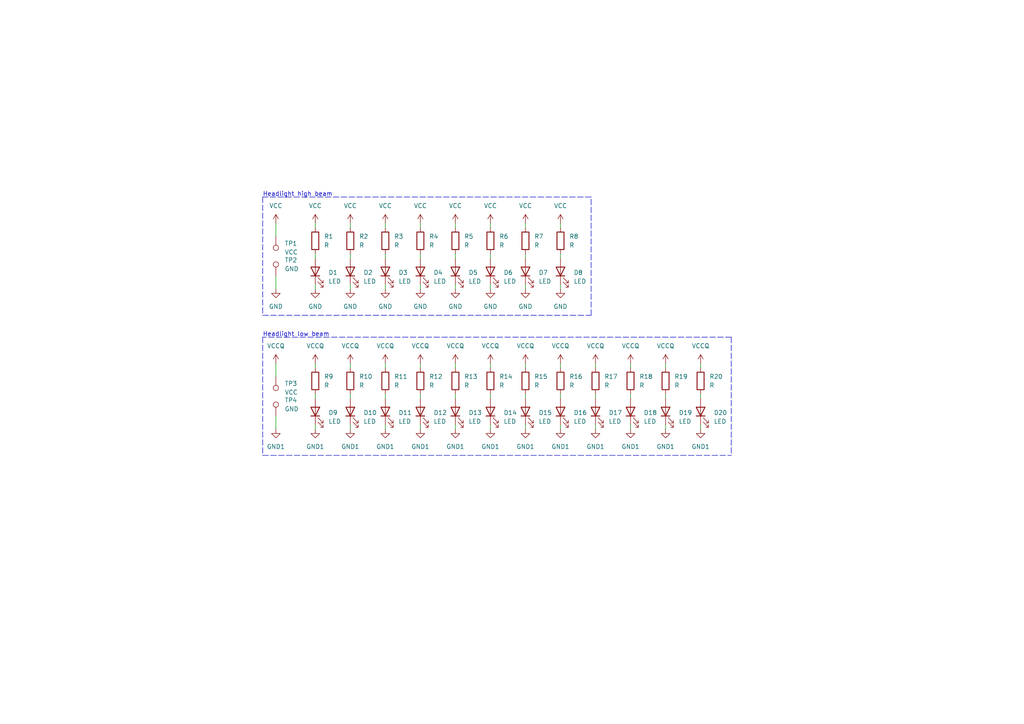
<source format=kicad_sch>
(kicad_sch (version 20211123) (generator eeschema)
  (paper "A4")
  (lib_symbols
    (symbol "Connector:TestPoint" (pin_numbers hide) (pin_names (offset 0.762) hide)
      (property "Reference" "TP" (at 0 6.858 0))
      (property "Value" "TestPoint" (at 0 5.08 0))
      (symbol "TestPoint_0_1"
        (circle (center 0 3.302) (radius 0.762))
      )
      (symbol "TestPoint_1_1"
        (pin passive line (at 0 0 90) (length 2.54) (name "1") (number "1"))
      )
    )
    (symbol "Device:LED" (pin_numbers hide) (pin_names (offset 1.016) hide)
      (property "Reference" "D" (at 0 2.54 0))
      (property "Value" "LED" (at 0 -2.54 0))
      (symbol "LED_0_1"
        (polyline (pts (xy -1.27 -1.27) (xy -1.27 1.27)) (stroke (width 0.254)))
        (polyline (pts (xy -1.27 0) (xy 1.27 0)))
        (polyline (pts (xy 1.27 -1.27) (xy 1.27 1.27) (xy -1.27 0) (xy 1.27 -1.27)) (stroke (width 0.254)))
        (polyline (pts (xy -3.048 -0.762) (xy -4.572 -2.286) (xy -3.81 -2.286) (xy -4.572 -2.286) (xy -4.572 -1.524)))
        (polyline (pts (xy -1.778 -0.762) (xy -3.302 -2.286) (xy -2.54 -2.286) (xy -3.302 -2.286) (xy -3.302 -1.524)))
      )
      (symbol "LED_1_1"
        (pin passive line (at -3.81 0 0) (length 2.54) (name "K") (number "1"))
        (pin passive line (at 3.81 0 180) (length 2.54) (name "A") (number "2"))
      )
    )
    (symbol "Device:R" (pin_numbers hide) (pin_names (offset 0))
      (property "Reference" "R" (at 2.032 0 90))
      (property "Value" "R" (at 0 0 90))
      (symbol "R_0_1"
        (rectangle (start -1.016 -2.54) (end 1.016 2.54) (stroke (width 0.254)))
      )
      (symbol "R_1_1"
        (pin passive line (at 0 3.81 270) (length 1.27) (name "~") (number "1"))
        (pin passive line (at 0 -3.81 90) (length 1.27) (name "~") (number "2"))
      )
    )
    (symbol "power:GND" (power) (pin_names (offset 0))
      (property "Value" "GND" (at 0 -3.81 0))
      (symbol "GND_0_1"
        (polyline (pts (xy 0 0) (xy 0 -1.27) (xy 1.27 -1.27) (xy 0 -2.54) (xy -1.27 -1.27) (xy 0 -1.27)))
      )
      (symbol "GND_1_1"
        (pin power_in line (at 0 0 270) (length 0) hide (name "GND") (number "1"))
      )
    )
    (symbol "power:GND1" (power) (pin_names (offset 0))
      (property "Value" "GND1" (at 0 -3.81 0))
      (symbol "GND1_0_1"
        (polyline (pts (xy 0 0) (xy 0 -1.27) (xy 1.27 -1.27) (xy 0 -2.54) (xy -1.27 -1.27) (xy 0 -1.27)))
      )
      (symbol "GND1_1_1"
        (pin power_in line (at 0 0 270) (length 0) hide (name "GND1") (number "1"))
      )
    )
    (symbol "power:VCC" (power) (pin_names (offset 0))
      (property "Value" "VCC" (at 0 3.81 0))
      (symbol "VCC_0_1"
        (polyline (pts (xy -0.762 1.27) (xy 0 2.54)))
        (polyline (pts (xy 0 0) (xy 0 2.54)))
        (polyline (pts (xy 0 2.54) (xy 0.762 1.27)))
      )
      (symbol "VCC_1_1"
        (pin power_in line (at 0 0 90) (length 0) hide (name "VCC") (number "1"))
      )
    )
    (symbol "power:VCCQ" (power) (pin_names (offset 0))
      (property "Value" "VCCQ" (at 0 3.81 0))
      (symbol "VCCQ_0_1"
        (polyline (pts (xy -0.762 1.27) (xy 0 2.54)))
        (polyline (pts (xy 0 0) (xy 0 2.54)))
        (polyline (pts (xy 0 2.54) (xy 0.762 1.27)))
      )
      (symbol "VCCQ_1_1"
        (pin power_in line (at 0 0 90) (length 0) hide (name "VCCQ") (number "1"))
      )
    )
  )
  (wire (pts (xy 111.76 123.19) (xy 111.76 124.46)))
  (wire (pts (xy 121.92 123.19) (xy 121.92 124.46)))
  (wire (pts (xy 101.6 105.41) (xy 101.6 106.68)))
  (wire (pts (xy 132.08 73.66) (xy 132.08 74.93)))
  (polyline (pts (xy 76.2 132.08) (xy 212.09 132.08)))
  (wire (pts (xy 121.92 105.41) (xy 121.92 106.68)))
  (wire (pts (xy 91.44 123.19) (xy 91.44 124.46)))
  (polyline (pts (xy 212.09 97.79) (xy 212.09 132.08)))
  (wire (pts (xy 101.6 114.3) (xy 101.6 115.57)))
  (polyline (pts (xy 76.2 57.15) (xy 76.2 91.44)))
  (wire (pts (xy 80.01 120.65) (xy 80.01 124.46)))
  (wire (pts (xy 80.01 64.77) (xy 80.01 68.58)))
  (wire (pts (xy 101.6 82.55) (xy 101.6 83.82)))
  (wire (pts (xy 111.76 73.66) (xy 111.76 74.93)))
  (wire (pts (xy 111.76 64.77) (xy 111.76 66.04)))
  (wire (pts (xy 152.4 73.66) (xy 152.4 74.93)))
  (wire (pts (xy 111.76 114.3) (xy 111.76 115.57)))
  (wire (pts (xy 203.2 114.3) (xy 203.2 115.57)))
  (wire (pts (xy 101.6 73.66) (xy 101.6 74.93)))
  (wire (pts (xy 172.72 114.3) (xy 172.72 115.57)))
  (polyline (pts (xy 171.45 91.44) (xy 171.45 57.15)))
  (wire (pts (xy 152.4 114.3) (xy 152.4 115.57)))
  (wire (pts (xy 132.08 123.19) (xy 132.08 124.46)))
  (wire (pts (xy 132.08 82.55) (xy 132.08 83.82)))
  (polyline (pts (xy 212.09 97.79) (xy 76.2 97.79)))
  (wire (pts (xy 182.88 105.41) (xy 182.88 106.68)))
  (wire (pts (xy 182.88 114.3) (xy 182.88 115.57)))
  (wire (pts (xy 142.24 64.77) (xy 142.24 66.04)))
  (wire (pts (xy 121.92 73.66) (xy 121.92 74.93)))
  (wire (pts (xy 91.44 64.77) (xy 91.44 66.04)))
  (wire (pts (xy 91.44 114.3) (xy 91.44 115.57)))
  (wire (pts (xy 142.24 105.41) (xy 142.24 106.68)))
  (wire (pts (xy 80.01 80.01) (xy 80.01 83.82)))
  (polyline (pts (xy 76.2 91.44) (xy 171.45 91.44)))
  (wire (pts (xy 111.76 105.41) (xy 111.76 106.68)))
  (wire (pts (xy 152.4 64.77) (xy 152.4 66.04)))
  (wire (pts (xy 80.01 105.41) (xy 80.01 109.22)))
  (wire (pts (xy 142.24 82.55) (xy 142.24 83.82)))
  (wire (pts (xy 193.04 123.19) (xy 193.04 124.46)))
  (wire (pts (xy 162.56 123.19) (xy 162.56 124.46)))
  (wire (pts (xy 142.24 114.3) (xy 142.24 115.57)))
  (polyline (pts (xy 171.45 57.15) (xy 76.2 57.15)))
  (wire (pts (xy 193.04 114.3) (xy 193.04 115.57)))
  (wire (pts (xy 121.92 64.77) (xy 121.92 66.04)))
  (wire (pts (xy 132.08 105.41) (xy 132.08 106.68)))
  (wire (pts (xy 152.4 82.55) (xy 152.4 83.82)))
  (wire (pts (xy 121.92 82.55) (xy 121.92 83.82)))
  (wire (pts (xy 162.56 82.55) (xy 162.56 83.82)))
  (wire (pts (xy 172.72 105.41) (xy 172.72 106.68)))
  (wire (pts (xy 91.44 73.66) (xy 91.44 74.93)))
  (wire (pts (xy 203.2 123.19) (xy 203.2 124.46)))
  (wire (pts (xy 162.56 64.77) (xy 162.56 66.04)))
  (wire (pts (xy 162.56 73.66) (xy 162.56 74.93)))
  (wire (pts (xy 111.76 82.55) (xy 111.76 83.82)))
  (wire (pts (xy 152.4 105.41) (xy 152.4 106.68)))
  (wire (pts (xy 91.44 105.41) (xy 91.44 106.68)))
  (wire (pts (xy 152.4 123.19) (xy 152.4 124.46)))
  (polyline (pts (xy 76.2 97.79) (xy 76.2 132.08)))
  (wire (pts (xy 121.92 114.3) (xy 121.92 115.57)))
  (wire (pts (xy 91.44 82.55) (xy 91.44 83.82)))
  (wire (pts (xy 172.72 123.19) (xy 172.72 124.46)))
  (wire (pts (xy 203.2 105.41) (xy 203.2 106.68)))
  (wire (pts (xy 142.24 123.19) (xy 142.24 124.46)))
  (wire (pts (xy 101.6 123.19) (xy 101.6 124.46)))
  (wire (pts (xy 132.08 114.3) (xy 132.08 115.57)))
  (wire (pts (xy 182.88 123.19) (xy 182.88 124.46)))
  (wire (pts (xy 162.56 105.41) (xy 162.56 106.68)))
  (wire (pts (xy 101.6 64.77) (xy 101.6 66.04)))
  (wire (pts (xy 142.24 73.66) (xy 142.24 74.93)))
  (wire (pts (xy 162.56 114.3) (xy 162.56 115.57)))
  (wire (pts (xy 132.08 64.77) (xy 132.08 66.04)))
  (wire (pts (xy 193.04 105.41) (xy 193.04 106.68)))
  (text "Headlight low beam" (at 76.2 97.79 0) (effects (font (size 1.27 1.27)) (justify left bottom)))
  (text "Headlight high beam" (at 76.2 57.15 0) (effects (font (size 1.27 1.27)) (justify left bottom)))
  (symbol (lib_id "Device:LED") (at 203.2 119.38 90) (unit 1)
    (property "Reference" "D20" (at 207.01 119.6974 90) (effects (justify right)))
    (property "Value" "LED" (at 207.01 122.2374 90) (effects (justify right)))
    (property "Footprint" "LED_SMD:LED_0402_1005Metric" (effects hide))
    (property "lcsc" "C130725" (effects hide))
  )
  (symbol (lib_id "power:GND1") (at 121.92 124.46 0) (unit 1)
    (property "Reference" "#PWR?" (effects hide))
    (property "Value" "GND1" (at 121.92 129.54 0))
  )
  (symbol (lib_id "Device:LED") (at 142.24 78.74 90) (unit 1)
    (property "Reference" "D6" (at 146.05 79.0574 90) (effects (justify right)))
    (property "Value" "LED" (at 146.05 81.5974 90) (effects (justify right)))
    (property "Footprint" "LED_SMD:LED_0402_1005Metric" (effects hide))
    (property "lcsc" "C130725" (effects hide))
  )
  (symbol (lib_id "Device:R") (at 91.44 69.85 0) (unit 1)
    (property "Reference" "R1" (at 93.98 68.5799 0) (effects (justify left)))
    (property "Value" "R" (at 93.98 71.1199 0) (effects (justify left)))
    (property "Footprint" "Resistor_SMD:R_01005_0402Metric" (effects hide))
    (property "lcsc" "C2933075" (effects hide))
  )
  (symbol (lib_id "Device:R") (at 162.56 69.85 0) (unit 1)
    (property "Reference" "R8" (at 165.1 68.5799 0) (effects (justify left)))
    (property "Value" "R" (at 165.1 71.1199 0) (effects (justify left)))
    (property "Footprint" "Resistor_SMD:R_01005_0402Metric" (effects hide))
    (property "lcsc" "C2933075" (effects hide))
  )
  (symbol (lib_id "Device:LED") (at 182.88 119.38 90) (unit 1)
    (property "Reference" "D18" (at 186.69 119.6974 90) (effects (justify right)))
    (property "Value" "LED" (at 186.69 122.2374 90) (effects (justify right)))
    (property "Footprint" "LED_SMD:LED_0402_1005Metric" (effects hide))
    (property "lcsc" "C130725" (effects hide))
  )
  (symbol (lib_id "Device:R") (at 152.4 69.85 0) (unit 1)
    (property "Reference" "R7" (at 154.94 68.5799 0) (effects (justify left)))
    (property "Value" "R" (at 154.94 71.1199 0) (effects (justify left)))
    (property "Footprint" "Resistor_SMD:R_01005_0402Metric" (effects hide))
    (property "lcsc" "C2933075" (effects hide))
  )
  (symbol (lib_id "power:GND") (at 121.92 83.82 0) (unit 1)
    (property "Reference" "#PWR0109" (effects hide))
    (property "Value" "GND" (at 121.92 88.9 0))
  )
  (symbol (lib_id "Device:LED") (at 101.6 119.38 90) (unit 1)
    (property "Reference" "D10" (at 105.41 119.6974 90) (effects (justify right)))
    (property "Value" "LED" (at 105.41 122.2374 90) (effects (justify right)))
    (property "Footprint" "LED_SMD:LED_0402_1005Metric" (effects hide))
    (property "lcsc" "C130725" (effects hide))
  )
  (symbol (lib_id "power:VCC") (at 152.4 64.77 0) (unit 1)
    (property "Reference" "#PWR0113" (effects hide))
    (property "Value" "VCC" (at 152.4 59.69 0))
  )
  (symbol (lib_id "power:VCC") (at 91.44 64.77 0) (unit 1)
    (property "Reference" "#PWR0102" (effects hide))
    (property "Value" "VCC" (at 91.44 59.69 0))
  )
  (symbol (lib_id "power:VCCQ") (at 182.88 105.41 0) (unit 1)
    (property "Reference" "#PWR?" (effects hide))
    (property "Value" "VCCQ" (at 182.88 100.33 0))
  )
  (symbol (lib_id "Device:LED") (at 101.6 78.74 90) (unit 1)
    (property "Reference" "D2" (at 105.41 79.0574 90) (effects (justify right)))
    (property "Value" "LED" (at 105.41 81.5974 90) (effects (justify right)))
    (property "Footprint" "LED_SMD:LED_0402_1005Metric" (effects hide))
    (property "lcsc" "C130725" (effects hide))
  )
  (symbol (lib_id "Device:R") (at 121.92 69.85 0) (unit 1)
    (property "Reference" "R4" (at 124.46 68.5799 0) (effects (justify left)))
    (property "Value" "R" (at 124.46 71.1199 0) (effects (justify left)))
    (property "Footprint" "Resistor_SMD:R_01005_0402Metric" (effects hide))
    (property "lcsc" "C2933075" (effects hide))
  )
  (symbol (lib_id "Device:R") (at 193.04 110.49 0) (unit 1)
    (property "Reference" "R19" (at 195.58 109.2199 0) (effects (justify left)))
    (property "Value" "R" (at 195.58 111.7599 0) (effects (justify left)))
    (property "Footprint" "Resistor_SMD:R_01005_0402Metric" (effects hide))
    (property "lcsc" "C2933075" (effects hide))
  )
  (symbol (lib_id "Device:R") (at 111.76 69.85 0) (unit 1)
    (property "Reference" "R3" (at 114.3 68.5799 0) (effects (justify left)))
    (property "Value" "R" (at 114.3 71.1199 0) (effects (justify left)))
    (property "Footprint" "Resistor_SMD:R_01005_0402Metric" (effects hide))
    (property "lcsc" "C2933075" (effects hide))
  )
  (symbol (lib_id "Device:R") (at 142.24 69.85 0) (unit 1)
    (property "Reference" "R6" (at 144.78 68.5799 0) (effects (justify left)))
    (property "Value" "R" (at 144.78 71.1199 0) (effects (justify left)))
    (property "Footprint" "Resistor_SMD:R_01005_0402Metric" (effects hide))
    (property "lcsc" "C2933075" (effects hide))
  )
  (symbol (lib_id "power:GND1") (at 193.04 124.46 0) (unit 1)
    (property "Reference" "#PWR?" (effects hide))
    (property "Value" "GND1" (at 193.04 129.54 0))
  )
  (symbol (lib_id "Device:LED") (at 162.56 78.74 90) (unit 1)
    (property "Reference" "D8" (at 166.37 79.0574 90) (effects (justify right)))
    (property "Value" "LED" (at 166.37 81.5974 90) (effects (justify right)))
    (property "Footprint" "LED_SMD:LED_0402_1005Metric" (effects hide))
    (property "lcsc" "C130725" (effects hide))
  )
  (symbol (lib_id "Device:LED") (at 111.76 119.38 90) (unit 1)
    (property "Reference" "D11" (at 115.57 119.6974 90) (effects (justify right)))
    (property "Value" "LED" (at 115.57 122.2374 90) (effects (justify right)))
    (property "Footprint" "LED_SMD:LED_0402_1005Metric" (effects hide))
    (property "lcsc" "C130725" (effects hide))
  )
  (symbol (lib_id "Device:R") (at 162.56 110.49 0) (unit 1)
    (property "Reference" "R16" (at 165.1 109.2199 0) (effects (justify left)))
    (property "Value" "R" (at 165.1 111.7599 0) (effects (justify left)))
    (property "Footprint" "Resistor_SMD:R_01005_0402Metric" (effects hide))
    (property "lcsc" "C2933075" (effects hide))
  )
  (symbol (lib_id "power:GND") (at 152.4 83.82 0) (unit 1)
    (property "Reference" "#PWR0119" (effects hide))
    (property "Value" "GND" (at 152.4 88.9 0))
  )
  (symbol (lib_id "Device:R") (at 101.6 69.85 0) (unit 1)
    (property "Reference" "R2" (at 104.14 68.5799 0) (effects (justify left)))
    (property "Value" "R" (at 104.14 71.1199 0) (effects (justify left)))
    (property "Footprint" "Resistor_SMD:R_01005_0402Metric" (effects hide))
    (property "lcsc" "C2933075" (effects hide))
  )
  (symbol (lib_id "power:VCCQ") (at 203.2 105.41 0) (unit 1)
    (property "Reference" "#PWR?" (effects hide))
    (property "Value" "VCCQ" (at 203.2 100.33 0))
  )
  (symbol (lib_id "power:VCCQ") (at 162.56 105.41 0) (unit 1)
    (property "Reference" "#PWR?" (effects hide))
    (property "Value" "VCCQ" (at 162.56 100.33 0))
  )
  (symbol (lib_id "Device:R") (at 132.08 110.49 0) (unit 1)
    (property "Reference" "R13" (at 134.62 109.2199 0) (effects (justify left)))
    (property "Value" "R" (at 134.62 111.7599 0) (effects (justify left)))
    (property "Footprint" "Resistor_SMD:R_01005_0402Metric" (effects hide))
    (property "lcsc" "C2933075" (effects hide))
  )
  (symbol (lib_id "power:VCCQ") (at 193.04 105.41 0) (unit 1)
    (property "Reference" "#PWR?" (effects hide))
    (property "Value" "VCCQ" (at 193.04 100.33 0))
  )
  (symbol (lib_id "power:GND1") (at 91.44 124.46 0) (unit 1)
    (property "Reference" "#PWR?" (effects hide))
    (property "Value" "GND1" (at 91.44 129.54 0))
  )
  (symbol (lib_id "power:GND1") (at 172.72 124.46 0) (unit 1)
    (property "Reference" "#PWR?" (effects hide))
    (property "Value" "GND1" (at 172.72 129.54 0))
  )
  (symbol (lib_id "Device:LED") (at 162.56 119.38 90) (unit 1)
    (property "Reference" "D16" (at 166.37 119.6974 90) (effects (justify right)))
    (property "Value" "LED" (at 166.37 122.2374 90) (effects (justify right)))
    (property "Footprint" "LED_SMD:LED_0402_1005Metric" (effects hide))
    (property "lcsc" "C130725" (effects hide))
  )
  (symbol (lib_id "power:VCCQ") (at 111.76 105.41 0) (unit 1)
    (property "Reference" "#PWR?" (effects hide))
    (property "Value" "VCCQ" (at 111.76 100.33 0))
  )
  (symbol (lib_id "Device:LED") (at 193.04 119.38 90) (unit 1)
    (property "Reference" "D19" (at 196.85 119.6974 90) (effects (justify right)))
    (property "Value" "LED" (at 196.85 122.2374 90) (effects (justify right)))
    (property "Footprint" "LED_SMD:LED_0402_1005Metric" (effects hide))
    (property "lcsc" "C130725" (effects hide))
  )
  (symbol (lib_id "Device:LED") (at 121.92 78.74 90) (unit 1)
    (property "Reference" "D4" (at 125.73 79.0574 90) (effects (justify right)))
    (property "Value" "LED" (at 125.73 81.5974 90) (effects (justify right)))
    (property "Footprint" "LED_SMD:LED_0402_1005Metric" (effects hide))
    (property "lcsc" "C130725" (effects hide))
  )
  (symbol (lib_id "power:GND1") (at 101.6 124.46 0) (unit 1)
    (property "Reference" "#PWR?" (effects hide))
    (property "Value" "GND1" (at 101.6 129.54 0))
  )
  (symbol (lib_id "Device:R") (at 142.24 110.49 0) (unit 1)
    (property "Reference" "R14" (at 144.78 109.2199 0) (effects (justify left)))
    (property "Value" "R" (at 144.78 111.7599 0) (effects (justify left)))
    (property "Footprint" "Resistor_SMD:R_01005_0402Metric" (effects hide))
    (property "lcsc" "C2933075" (effects hide))
  )
  (symbol (lib_id "power:VCCQ") (at 172.72 105.41 0) (unit 1)
    (property "Reference" "#PWR?" (effects hide))
    (property "Value" "VCCQ" (at 172.72 100.33 0))
  )
  (symbol (lib_id "power:VCC") (at 132.08 64.77 0) (unit 1)
    (property "Reference" "#PWR0108" (effects hide))
    (property "Value" "VCC" (at 132.08 59.69 0))
  )
  (symbol (lib_id "Device:LED") (at 152.4 78.74 90) (unit 1)
    (property "Reference" "D7" (at 156.21 79.0574 90) (effects (justify right)))
    (property "Value" "LED" (at 156.21 81.5974 90) (effects (justify right)))
    (property "Footprint" "LED_SMD:LED_0402_1005Metric" (effects hide))
    (property "lcsc" "C130725" (effects hide))
  )
  (symbol (lib_id "Device:R") (at 101.6 110.49 0) (unit 1)
    (property "Reference" "R10" (at 104.14 109.2199 0) (effects (justify left)))
    (property "Value" "R" (at 104.14 111.7599 0) (effects (justify left)))
    (property "Footprint" "Resistor_SMD:R_01005_0402Metric" (effects hide))
    (property "lcsc" "C2933075" (effects hide))
  )
  (symbol (lib_id "Connector:TestPoint") (at 80.01 120.65 0) (unit 1)
    (property "Reference" "TP4" (at 82.55 116.0779 0) (effects (justify left)))
    (property "Value" "GND" (at 82.55 118.6179 0) (effects (justify left)))
    (property "Footprint" "TestPoint:TestPoint_Pad_D1.5mm" (effects hide))
  )
  (symbol (lib_id "Device:R") (at 203.2 110.49 0) (unit 1)
    (property "Reference" "R20" (at 205.74 109.2199 0) (effects (justify left)))
    (property "Value" "R" (at 205.74 111.7599 0) (effects (justify left)))
    (property "Footprint" "Resistor_SMD:R_01005_0402Metric" (effects hide))
    (property "lcsc" "C2933075" (effects hide))
  )
  (symbol (lib_id "Device:LED") (at 132.08 78.74 90) (unit 1)
    (property "Reference" "D5" (at 135.89 79.0574 90) (effects (justify right)))
    (property "Value" "LED" (at 135.89 81.5974 90) (effects (justify right)))
    (property "Footprint" "LED_SMD:LED_0402_1005Metric" (effects hide))
    (property "lcsc" "C130725" (effects hide))
  )
  (symbol (lib_id "power:GND") (at 132.08 83.82 0) (unit 1)
    (property "Reference" "#PWR0110" (effects hide))
    (property "Value" "GND" (at 132.08 88.9 0))
  )
  (symbol (lib_id "power:GND1") (at 152.4 124.46 0) (unit 1)
    (property "Reference" "#PWR?" (effects hide))
    (property "Value" "GND1" (at 152.4 129.54 0))
  )
  (symbol (lib_id "Device:LED") (at 142.24 119.38 90) (unit 1)
    (property "Reference" "D14" (at 146.05 119.6974 90) (effects (justify right)))
    (property "Value" "LED" (at 146.05 122.2374 90) (effects (justify right)))
    (property "Footprint" "LED_SMD:LED_0402_1005Metric" (effects hide))
    (property "lcsc" "C130725" (effects hide))
  )
  (symbol (lib_id "power:VCCQ") (at 80.01 105.41 0) (unit 1)
    (property "Reference" "#PWR?" (effects hide))
    (property "Value" "VCCQ" (at 80.01 100.33 0))
  )
  (symbol (lib_id "power:VCCQ") (at 152.4 105.41 0) (unit 1)
    (property "Reference" "#PWR?" (effects hide))
    (property "Value" "VCCQ" (at 152.4 100.33 0))
  )
  (symbol (lib_id "power:VCC") (at 111.76 64.77 0) (unit 1)
    (property "Reference" "#PWR0106" (effects hide))
    (property "Value" "VCC" (at 111.76 59.69 0))
  )
  (symbol (lib_id "Device:R") (at 172.72 110.49 0) (unit 1)
    (property "Reference" "R17" (at 175.26 109.2199 0) (effects (justify left)))
    (property "Value" "R" (at 175.26 111.7599 0) (effects (justify left)))
    (property "Footprint" "Resistor_SMD:R_01005_0402Metric" (effects hide))
    (property "lcsc" "C2933075" (effects hide))
  )
  (symbol (lib_id "Device:LED") (at 111.76 78.74 90) (unit 1)
    (property "Reference" "D3" (at 115.57 79.0574 90) (effects (justify right)))
    (property "Value" "LED" (at 115.57 81.5974 90) (effects (justify right)))
    (property "Footprint" "LED_SMD:LED_0402_1005Metric" (effects hide))
    (property "lcsc" "C130725" (effects hide))
  )
  (symbol (lib_id "Device:R") (at 121.92 110.49 0) (unit 1)
    (property "Reference" "R12" (at 124.46 109.2199 0) (effects (justify left)))
    (property "Value" "R" (at 124.46 111.7599 0) (effects (justify left)))
    (property "Footprint" "Resistor_SMD:R_01005_0402Metric" (effects hide))
    (property "lcsc" "C2933075" (effects hide))
  )
  (symbol (lib_id "power:VCC") (at 121.92 64.77 0) (unit 1)
    (property "Reference" "#PWR0107" (effects hide))
    (property "Value" "VCC" (at 121.92 59.69 0))
  )
  (symbol (lib_id "Connector:TestPoint") (at 80.01 80.01 0) (unit 1)
    (property "Reference" "TP2" (at 82.55 75.4379 0) (effects (justify left)))
    (property "Value" "GND" (at 82.55 77.9779 0) (effects (justify left)))
    (property "Footprint" "TestPoint:TestPoint_Pad_D1.5mm" (effects hide))
  )
  (symbol (lib_id "Connector:TestPoint") (at 80.01 109.22 180) (unit 1)
    (property "Reference" "TP3" (at 82.55 111.2519 0) (effects (justify right)))
    (property "Value" "VCC" (at 82.55 113.7919 0) (effects (justify right)))
    (property "Footprint" "TestPoint:TestPoint_Pad_D1.5mm" (effects hide))
  )
  (symbol (lib_id "power:VCC") (at 101.6 64.77 0) (unit 1)
    (property "Reference" "#PWR0105" (effects hide))
    (property "Value" "VCC" (at 101.6 59.69 0))
  )
  (symbol (lib_id "power:GND1") (at 80.01 124.46 0) (unit 1)
    (property "Reference" "#PWR?" (effects hide))
    (property "Value" "GND1" (at 80.01 129.54 0))
  )
  (symbol (lib_id "Device:LED") (at 132.08 119.38 90) (unit 1)
    (property "Reference" "D13" (at 135.89 119.6974 90) (effects (justify right)))
    (property "Value" "LED" (at 135.89 122.2374 90) (effects (justify right)))
    (property "Footprint" "LED_SMD:LED_0402_1005Metric" (effects hide))
    (property "lcsc" "C130725" (effects hide))
  )
  (symbol (lib_id "power:GND") (at 162.56 83.82 0) (unit 1)
    (property "Reference" "#PWR0116" (effects hide))
    (property "Value" "GND" (at 162.56 88.9 0))
  )
  (symbol (lib_id "power:VCCQ") (at 91.44 105.41 0) (unit 1)
    (property "Reference" "#PWR?" (effects hide))
    (property "Value" "VCCQ" (at 91.44 100.33 0))
  )
  (symbol (lib_id "Device:R") (at 152.4 110.49 0) (unit 1)
    (property "Reference" "R15" (at 154.94 109.2199 0) (effects (justify left)))
    (property "Value" "R" (at 154.94 111.7599 0) (effects (justify left)))
    (property "Footprint" "Resistor_SMD:R_01005_0402Metric" (effects hide))
    (property "lcsc" "C2933075" (effects hide))
  )
  (symbol (lib_id "power:VCCQ") (at 132.08 105.41 0) (unit 1)
    (property "Reference" "#PWR?" (effects hide))
    (property "Value" "VCCQ" (at 132.08 100.33 0))
  )
  (symbol (lib_id "Device:R") (at 132.08 69.85 0) (unit 1)
    (property "Reference" "R5" (at 134.62 68.5799 0) (effects (justify left)))
    (property "Value" "R" (at 134.62 71.1199 0) (effects (justify left)))
    (property "Footprint" "Resistor_SMD:R_01005_0402Metric" (effects hide))
    (property "lcsc" "C2933075" (effects hide))
  )
  (symbol (lib_id "Device:R") (at 111.76 110.49 0) (unit 1)
    (property "Reference" "R11" (at 114.3 109.2199 0) (effects (justify left)))
    (property "Value" "R" (at 114.3 111.7599 0) (effects (justify left)))
    (property "Footprint" "Resistor_SMD:R_01005_0402Metric" (effects hide))
    (property "lcsc" "C2933075" (effects hide))
  )
  (symbol (lib_id "power:GND") (at 142.24 83.82 0) (unit 1)
    (property "Reference" "#PWR0111" (effects hide))
    (property "Value" "GND" (at 142.24 88.9 0))
  )
  (symbol (lib_id "power:VCC") (at 80.01 64.77 0) (unit 1)
    (property "Reference" "#PWR0117" (effects hide))
    (property "Value" "VCC" (at 80.01 59.69 0))
  )
  (symbol (lib_id "power:GND1") (at 203.2 124.46 0) (unit 1)
    (property "Reference" "#PWR?" (effects hide))
    (property "Value" "GND1" (at 203.2 129.54 0))
  )
  (symbol (lib_id "Device:LED") (at 121.92 119.38 90) (unit 1)
    (property "Reference" "D12" (at 125.73 119.6974 90) (effects (justify right)))
    (property "Value" "LED" (at 125.73 122.2374 90) (effects (justify right)))
    (property "Footprint" "LED_SMD:LED_0402_1005Metric" (effects hide))
    (property "lcsc" "C130725" (effects hide))
  )
  (symbol (lib_id "Device:LED") (at 91.44 78.74 90) (unit 1)
    (property "Reference" "D1" (at 95.25 79.0574 90) (effects (justify right)))
    (property "Value" "LED" (at 95.25 81.5974 90) (effects (justify right)))
    (property "Footprint" "LED_SMD:LED_0402_1005Metric" (effects hide))
    (property "lcsc" "C130725" (effects hide))
  )
  (symbol (lib_id "power:GND1") (at 111.76 124.46 0) (unit 1)
    (property "Reference" "#PWR?" (effects hide))
    (property "Value" "GND1" (at 111.76 129.54 0))
  )
  (symbol (lib_id "Device:R") (at 182.88 110.49 0) (unit 1)
    (property "Reference" "R18" (at 185.42 109.2199 0) (effects (justify left)))
    (property "Value" "R" (at 185.42 111.7599 0) (effects (justify left)))
    (property "Footprint" "Resistor_SMD:R_01005_0402Metric" (effects hide))
    (property "lcsc" "C2933075" (effects hide))
  )
  (symbol (lib_id "Device:LED") (at 91.44 119.38 90) (unit 1)
    (property "Reference" "D9" (at 95.25 119.6974 90) (effects (justify right)))
    (property "Value" "LED" (at 95.25 122.2374 90) (effects (justify right)))
    (property "Footprint" "LED_SMD:LED_0402_1005Metric" (effects hide))
    (property "lcsc" "C130725" (effects hide))
  )
  (symbol (lib_id "Connector:TestPoint") (at 80.01 68.58 180) (unit 1)
    (property "Reference" "TP1" (at 82.55 70.6119 0) (effects (justify right)))
    (property "Value" "VCC" (at 82.55 73.1519 0) (effects (justify right)))
    (property "Footprint" "TestPoint:TestPoint_Pad_D1.5mm" (effects hide))
  )
  (symbol (lib_id "Device:LED") (at 172.72 119.38 90) (unit 1)
    (property "Reference" "D17" (at 176.53 119.6974 90) (effects (justify right)))
    (property "Value" "LED" (at 176.53 122.2374 90) (effects (justify right)))
    (property "Footprint" "LED_SMD:LED_0402_1005Metric" (effects hide))
    (property "lcsc" "C130725" (effects hide))
  )
  (symbol (lib_id "Device:LED") (at 152.4 119.38 90) (unit 1)
    (property "Reference" "D15" (at 156.21 119.6974 90) (effects (justify right)))
    (property "Value" "LED" (at 156.21 122.2374 90) (effects (justify right)))
    (property "Footprint" "LED_SMD:LED_0402_1005Metric" (effects hide))
    (property "lcsc" "C130725" (effects hide))
  )
  (symbol (lib_id "power:GND") (at 80.01 83.82 0) (unit 1)
    (property "Reference" "#PWR0115" (effects hide))
    (property "Value" "GND" (at 80.01 88.9 0))
  )
  (symbol (lib_id "power:GND") (at 101.6 83.82 0) (unit 1)
    (property "Reference" "#PWR0103" (effects hide))
    (property "Value" "GND" (at 101.6 88.9 0))
  )
  (symbol (lib_id "power:VCCQ") (at 121.92 105.41 0) (unit 1)
    (property "Reference" "#PWR?" (effects hide))
    (property "Value" "VCCQ" (at 121.92 100.33 0))
  )
  (symbol (lib_id "Device:R") (at 91.44 110.49 0) (unit 1)
    (property "Reference" "R9" (at 93.98 109.2199 0) (effects (justify left)))
    (property "Value" "R" (at 93.98 111.7599 0) (effects (justify left)))
    (property "Footprint" "Resistor_SMD:R_01005_0402Metric" (effects hide))
    (property "lcsc" "C2933075" (effects hide))
  )
  (symbol (lib_id "power:GND1") (at 142.24 124.46 0) (unit 1)
    (property "Reference" "#PWR?" (effects hide))
    (property "Value" "GND1" (at 142.24 129.54 0))
  )
  (symbol (lib_id "power:VCCQ") (at 142.24 105.41 0) (unit 1)
    (property "Reference" "#PWR?" (effects hide))
    (property "Value" "VCCQ" (at 142.24 100.33 0))
  )
  (symbol (lib_id "power:GND1") (at 132.08 124.46 0) (unit 1)
    (property "Reference" "#PWR?" (effects hide))
    (property "Value" "GND1" (at 132.08 129.54 0))
  )
  (symbol (lib_id "power:GND") (at 91.44 83.82 0) (unit 1)
    (property "Reference" "#PWR0101" (effects hide))
    (property "Value" "GND" (at 91.44 88.9 0))
  )
  (symbol (lib_id "power:VCC") (at 162.56 64.77 0) (unit 1)
    (property "Reference" "#PWR0114" (effects hide))
    (property "Value" "VCC" (at 162.56 59.69 0))
  )
  (symbol (lib_id "power:VCC") (at 142.24 64.77 0) (unit 1)
    (property "Reference" "#PWR0112" (effects hide))
    (property "Value" "VCC" (at 142.24 59.69 0))
  )
  (symbol (lib_id "power:GND1") (at 162.56 124.46 0) (unit 1)
    (property "Reference" "#PWR?" (effects hide))
    (property "Value" "GND1" (at 162.56 129.54 0))
  )
  (symbol (lib_id "power:VCCQ") (at 101.6 105.41 0) (unit 1)
    (property "Reference" "#PWR?" (effects hide))
    (property "Value" "VCCQ" (at 101.6 100.33 0))
  )
  (symbol (lib_id "power:GND1") (at 182.88 124.46 0) (unit 1)
    (property "Reference" "#PWR?" (effects hide))
    (property "Value" "GND1" (at 182.88 129.54 0))
  )
  (symbol (lib_id "power:GND") (at 111.76 83.82 0) (unit 1)
    (property "Reference" "#PWR0104" (effects hide))
    (property "Value" "GND" (at 111.76 88.9 0))
  )
)
</source>
